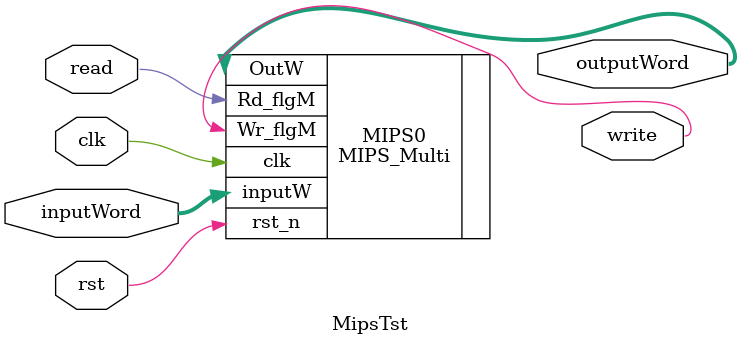
<source format=v>
module MipsTst (
	input 	clk,
			rst,
	input   [7:0] inputWord,
	input	read,
	output	[7:0] outputWord,
	output	write
);


MIPS_Multi MIPS0(
	.clk(clk),
	.rst_n(rst),
	.OutW(outputWord),
	.inputW(inputWord),
	.Wr_flgM(write),
	.Rd_flgM(read)
	);

endmodule //mipsTst


</source>
